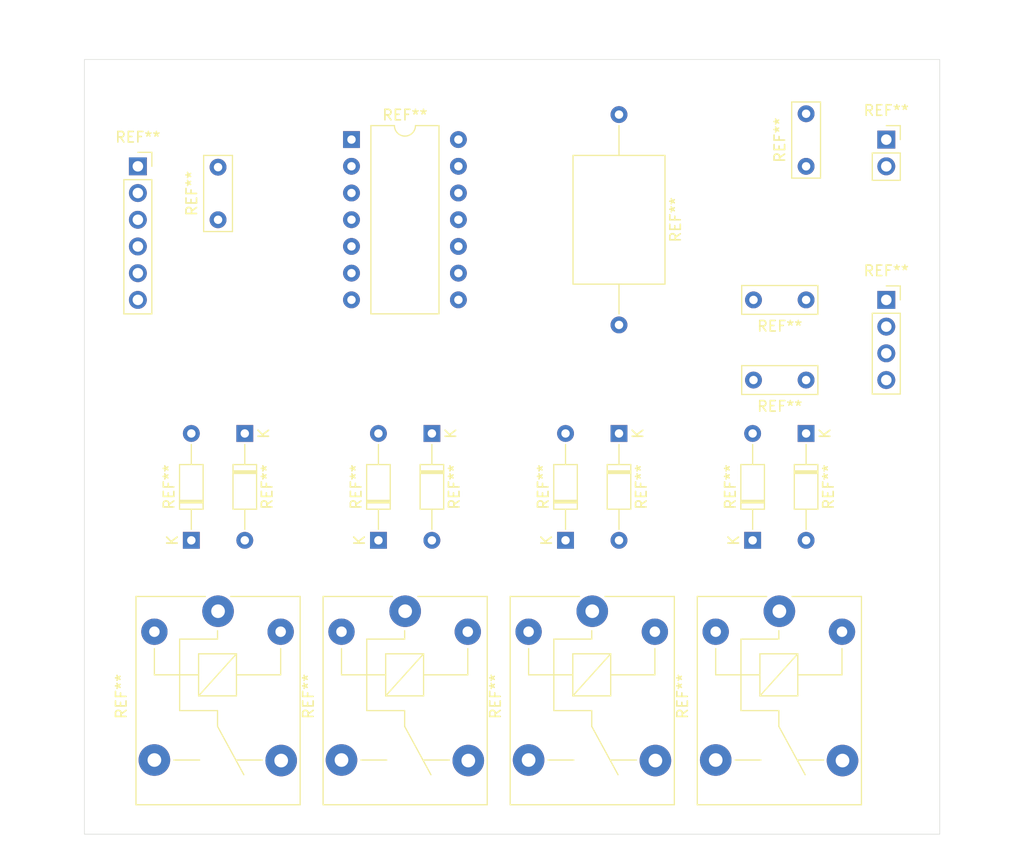
<source format=kicad_pcb>
(kicad_pcb (version 20211014) (generator pcbnew)
  (layers (0 "F.Cu" signal) (31 "B.Cu" signal) (34 "B.Paste" user) (35 "F.Paste" user) (36 "B.SilkS" user "B.Silkscreen") (37 "F.SilkS" user "F.Silkscreen") (38 "B.Mask" user) (39 "F.Mask" user) (44 "Edge.Cuts" user))
  (net 0 "")
  (footprint "Diode_THT:D_DO-35_SOD27_P10.16mm_Horizontal" (layer "F.Cu") (at 129.54 96.52 90)
    (fp_text reference "REF**" (at 5.08 -2.12 90) (layer "F.SilkS"))
    (fp_text value "D_DO-35_SOD27_P10.16mm_Horizontal")
    (fp_text user "K" (at 0 -1.8 90) (layer "F.SilkS"))
    (fp_line (start 9.12 0) (end 7.2 0) (layer "F.SilkS") (width 0.12))
    (fp_line (start 3.68 -1.12) (end 3.68 1.12) (layer "F.SilkS") (width 0.12))
    (fp_line (start 2.96 1.12) (end 7.2 1.12) (layer "F.SilkS") (width 0.12))
    (fp_line (start 1.04 0) (end 2.96 0) (layer "F.SilkS") (width 0.12))
    (fp_line (start 3.8 -1.12) (end 3.8 1.12) (layer "F.SilkS") (width 0.12))
    (fp_line (start 7.2 -1.12) (end 2.96 -1.12) (layer "F.SilkS") (width 0.12))
    (fp_line (start 7.2 1.12) (end 7.2 -1.12) (layer "F.SilkS") (width 0.12))
    (fp_line (start 2.96 -1.12) (end 2.96 1.12) (layer "F.SilkS") (width 0.12))
    (fp_line (start 3.56 -1.12) (end 3.56 1.12) (layer "F.SilkS") (width 0.12))
    (pad "1" thru_hole rect (at 0 0 90) (size 1.6 1.6) (drill 0.8) (layers *.Cu *.Mask))
    (pad "2" thru_hole oval (at 10.16 0 90) (size 1.6 1.6) (drill 0.8) (layers *.Cu *.Mask))
  )
  (footprint "Capacitor_THT:C_Rect_L7.0mm_W2.5mm_P5.00mm" (layer "F.Cu") (at 170.18 60.96 90)
    (fp_text reference "REF**" (at 2.5 -2.5 90) (layer "F.SilkS"))
    (fp_text value "C_Rect_L7.0mm_W2.5mm_P5.00mm")
    (fp_line (start -1.12 -1.37) (end -1.12 1.37) (layer "F.SilkS") (width 0.12))
    (fp_line (start -1.12 -1.37) (end 6.12 -1.37) (layer "F.SilkS") (width 0.12))
    (fp_line (start -1.12 1.37) (end 6.12 1.37) (layer "F.SilkS") (width 0.12))
    (fp_line (start 6.12 -1.37) (end 6.12 1.37) (layer "F.SilkS") (width 0.12))
    (pad "1" thru_hole circle (at 0 0 90) (size 1.6 1.6) (drill 0.8) (layers *.Cu *.Mask))
    (pad "2" thru_hole circle (at 5 0 90) (size 1.6 1.6) (drill 0.8) (layers *.Cu *.Mask))
  )
  (footprint "Diode_THT:D_DO-35_SOD27_P10.16mm_Horizontal" (layer "F.Cu") (at 170.18 86.36 -90)
    (fp_text reference "REF**" (at 5.08 -2.12 90) (layer "F.SilkS"))
    (fp_text value "D_DO-35_SOD27_P10.16mm_Horizontal")
    (fp_text user "K" (at 0 -1.8 90) (layer "F.SilkS"))
    (fp_line (start 9.12 0) (end 7.2 0) (layer "F.SilkS") (width 0.12))
    (fp_line (start 3.68 -1.12) (end 3.68 1.12) (layer "F.SilkS") (width 0.12))
    (fp_line (start 2.96 1.12) (end 7.2 1.12) (layer "F.SilkS") (width 0.12))
    (fp_line (start 1.04 0) (end 2.96 0) (layer "F.SilkS") (width 0.12))
    (fp_line (start 3.8 -1.12) (end 3.8 1.12) (layer "F.SilkS") (width 0.12))
    (fp_line (start 7.2 -1.12) (end 2.96 -1.12) (layer "F.SilkS") (width 0.12))
    (fp_line (start 7.2 1.12) (end 7.2 -1.12) (layer "F.SilkS") (width 0.12))
    (fp_line (start 2.96 -1.12) (end 2.96 1.12) (layer "F.SilkS") (width 0.12))
    (fp_line (start 3.56 -1.12) (end 3.56 1.12) (layer "F.SilkS") (width 0.12))
    (pad "1" thru_hole rect (at 0 0 270) (size 1.6 1.6) (drill 0.8) (layers *.Cu *.Mask))
    (pad "2" thru_hole oval (at 10.16 0 270) (size 1.6 1.6) (drill 0.8) (layers *.Cu *.Mask))
  )
  (footprint "Diode_THT:D_DO-35_SOD27_P10.16mm_Horizontal" (layer "F.Cu") (at 111.76 96.52 90)
    (fp_text reference "REF**" (at 5.08 -2.12 90) (layer "F.SilkS"))
    (fp_text value "D_DO-35_SOD27_P10.16mm_Horizontal")
    (fp_text user "K" (at 0 -1.8 90) (layer "F.SilkS"))
    (fp_line (start 9.12 0) (end 7.2 0) (layer "F.SilkS") (width 0.12))
    (fp_line (start 3.68 -1.12) (end 3.68 1.12) (layer "F.SilkS") (width 0.12))
    (fp_line (start 2.96 1.12) (end 7.2 1.12) (layer "F.SilkS") (width 0.12))
    (fp_line (start 1.04 0) (end 2.96 0) (layer "F.SilkS") (width 0.12))
    (fp_line (start 3.8 -1.12) (end 3.8 1.12) (layer "F.SilkS") (width 0.12))
    (fp_line (start 7.2 -1.12) (end 2.96 -1.12) (layer "F.SilkS") (width 0.12))
    (fp_line (start 7.2 1.12) (end 7.2 -1.12) (layer "F.SilkS") (width 0.12))
    (fp_line (start 2.96 -1.12) (end 2.96 1.12) (layer "F.SilkS") (width 0.12))
    (fp_line (start 3.56 -1.12) (end 3.56 1.12) (layer "F.SilkS") (width 0.12))
    (pad "1" thru_hole rect (at 0 0 90) (size 1.6 1.6) (drill 0.8) (layers *.Cu *.Mask))
    (pad "2" thru_hole oval (at 10.16 0 90) (size 1.6 1.6) (drill 0.8) (layers *.Cu *.Mask))
  )
  (footprint "Capacitor_THT:C_Rect_L7.0mm_W2.5mm_P5.00mm" (layer "F.Cu") (at 114.3 66.04 90)
    (fp_text reference "REF**" (at 2.5 -2.5 90) (layer "F.SilkS"))
    (fp_text value "C_Rect_L7.0mm_W2.5mm_P5.00mm")
    (fp_line (start -1.12 -1.37) (end -1.12 1.37) (layer "F.SilkS") (width 0.12))
    (fp_line (start -1.12 -1.37) (end 6.12 -1.37) (layer "F.SilkS") (width 0.12))
    (fp_line (start -1.12 1.37) (end 6.12 1.37) (layer "F.SilkS") (width 0.12))
    (fp_line (start 6.12 -1.37) (end 6.12 1.37) (layer "F.SilkS") (width 0.12))
    (pad "1" thru_hole circle (at 0 0 90) (size 1.6 1.6) (drill 0.8) (layers *.Cu *.Mask))
    (pad "2" thru_hole circle (at 5 0 90) (size 1.6 1.6) (drill 0.8) (layers *.Cu *.Mask))
  )
  (footprint "Relay_THT:Relay_SPDT_SANYOU_SRD_Series_Form_C" (layer "F.Cu") (at 167.64 103.26 -90)
    (fp_text reference "REF**" (at 8.1 9.2 90) (layer "F.SilkS"))
    (fp_text value "Relay_SPDT_SANYOU_SRD_Series_Form_C")
    (fp_line (start -1.4 -7.8) (end 18.4 -7.8) (layer "F.SilkS") (width 0.12))
    (fp_line (start 10.95 0.05) (end 15.55 -2.45) (layer "F.SilkS") (width 0.12))
    (fp_line (start 8.05 1.85) (end 4.05 1.85) (layer "F.SilkS") (width 0.12))
    (fp_line (start 6.05 -5.95) (end 6.05 -1.75) (layer "F.SilkS") (width 0.12))
    (fp_line (start 3.55 6.05) (end 6.05 6.05) (layer "F.SilkS") (width 0.12))
    (fp_line (start 6.05 1.85) (end 6.05 6.05) (layer "F.SilkS") (width 0.12))
    (fp_line (start 18.4 -7.8) (end 18.4 7.8) (layer "F.SilkS") (width 0.12))
    (fp_line (start 9.45 0.05) (end 9.45 3.65) (layer "F.SilkS") (width 0.12))
    (fp_line (start 4.05 -1.75) (end 8.05 -1.75) (layer "F.SilkS") (width 0.12))
    (fp_line (start 9.45 3.65) (end 2.65 3.65) (layer "F.SilkS") (width 0.12))
    (fp_line (start 14.15 -4.2) (end 14.15 -1.7) (layer "F.SilkS") (width 0.12))
    (fp_line (start 8.05 -1.75) (end 8.05 1.85) (layer "F.SilkS") (width 0.12))
    (fp_line (start 6.05 -5.95) (end 3.55 -5.95) (layer "F.SilkS") (width 0.12))
    (fp_line (start 9.45 0.05) (end 10.95 0.05) (layer "F.SilkS") (width 0.12))
    (fp_line (start 8.05 1.85) (end 4.05 -1.75) (layer "F.SilkS") (width 0.12))
    (fp_line (start 4.05 1.85) (end 4.05 -1.75) (layer "F.SilkS") (width 0.12))
    (fp_line (start 2.65 0.05) (end 1.85 0.05) (layer "F.SilkS") (width 0.12))
    (fp_line (start -1.4 1.2) (end -1.4 7.8) (layer "F.SilkS") (width 0.12))
    (fp_line (start 14.15 4.2) (end 14.15 1.75) (layer "F.SilkS") (width 0.12))
    (fp_line (start 2.65 0.05) (end 2.65 3.65) (layer "F.SilkS") (width 0.12))
    (fp_line (start 18.4 7.8) (end -1.4 7.8) (layer "F.SilkS") (width 0.12))
    (fp_line (start -1.4 -7.8) (end -1.4 -1.2) (layer "F.SilkS") (width 0.12))
    (pad "1" thru_hole circle (at 0 0) (size 3 3) (drill 1.3) (layers *.Cu *.Mask))
    (pad "2" thru_hole circle (at 1.95 6.05) (size 2.5 2.5) (drill 1) (layers *.Cu *.Mask))
    (pad "3" thru_hole circle (at 14.15 6.05) (size 3 3) (drill 1.3) (layers *.Cu *.Mask))
    (pad "4" thru_hole circle (at 14.2 -6) (size 3 3) (drill 1.3) (layers *.Cu *.Mask))
    (pad "5" thru_hole circle (at 1.95 -5.95) (size 2.5 2.5) (drill 1) (layers *.Cu *.Mask))
  )
  (footprint "Diode_THT:D_DO-35_SOD27_P10.16mm_Horizontal" (layer "F.Cu") (at 165.1 96.52 90)
    (fp_text reference "REF**" (at 5.08 -2.12 90) (layer "F.SilkS"))
    (fp_text value "D_DO-35_SOD27_P10.16mm_Horizontal")
    (fp_text user "K" (at 0 -1.8 90) (layer "F.SilkS"))
    (fp_line (start 9.12 0) (end 7.2 0) (layer "F.SilkS") (width 0.12))
    (fp_line (start 3.68 -1.12) (end 3.68 1.12) (layer "F.SilkS") (width 0.12))
    (fp_line (start 2.96 1.12) (end 7.2 1.12) (layer "F.SilkS") (width 0.12))
    (fp_line (start 1.04 0) (end 2.96 0) (layer "F.SilkS") (width 0.12))
    (fp_line (start 3.8 -1.12) (end 3.8 1.12) (layer "F.SilkS") (width 0.12))
    (fp_line (start 7.2 -1.12) (end 2.96 -1.12) (layer "F.SilkS") (width 0.12))
    (fp_line (start 7.2 1.12) (end 7.2 -1.12) (layer "F.SilkS") (width 0.12))
    (fp_line (start 2.96 -1.12) (end 2.96 1.12) (layer "F.SilkS") (width 0.12))
    (fp_line (start 3.56 -1.12) (end 3.56 1.12) (layer "F.SilkS") (width 0.12))
    (pad "1" thru_hole rect (at 0 0 90) (size 1.6 1.6) (drill 0.8) (layers *.Cu *.Mask))
    (pad "2" thru_hole oval (at 10.16 0 90) (size 1.6 1.6) (drill 0.8) (layers *.Cu *.Mask))
  )
  (footprint "Diode_THT:D_DO-35_SOD27_P10.16mm_Horizontal" (layer "F.Cu") (at 116.84 86.36 -90)
    (fp_text reference "REF**" (at 5.08 -2.12 90) (layer "F.SilkS"))
    (fp_text value "D_DO-35_SOD27_P10.16mm_Horizontal")
    (fp_text user "K" (at 0 -1.8 90) (layer "F.SilkS"))
    (fp_line (start 9.12 0) (end 7.2 0) (layer "F.SilkS") (width 0.12))
    (fp_line (start 3.68 -1.12) (end 3.68 1.12) (layer "F.SilkS") (width 0.12))
    (fp_line (start 2.96 1.12) (end 7.2 1.12) (layer "F.SilkS") (width 0.12))
    (fp_line (start 1.04 0) (end 2.96 0) (layer "F.SilkS") (width 0.12))
    (fp_line (start 3.8 -1.12) (end 3.8 1.12) (layer "F.SilkS") (width 0.12))
    (fp_line (start 7.2 -1.12) (end 2.96 -1.12) (layer "F.SilkS") (width 0.12))
    (fp_line (start 7.2 1.12) (end 7.2 -1.12) (layer "F.SilkS") (width 0.12))
    (fp_line (start 2.96 -1.12) (end 2.96 1.12) (layer "F.SilkS") (width 0.12))
    (fp_line (start 3.56 -1.12) (end 3.56 1.12) (layer "F.SilkS") (width 0.12))
    (pad "1" thru_hole rect (at 0 0 270) (size 1.6 1.6) (drill 0.8) (layers *.Cu *.Mask))
    (pad "2" thru_hole oval (at 10.16 0 270) (size 1.6 1.6) (drill 0.8) (layers *.Cu *.Mask))
  )
  (footprint "Relay_THT:Relay_SPDT_SANYOU_SRD_Series_Form_C" (layer "F.Cu") (at 114.3 103.26 -90)
    (fp_text reference "REF**" (at 8.1 9.2 90) (layer "F.SilkS"))
    (fp_text value "Relay_SPDT_SANYOU_SRD_Series_Form_C")
    (fp_line (start -1.4 -7.8) (end 18.4 -7.8) (layer "F.SilkS") (width 0.12))
    (fp_line (start 10.95 0.05) (end 15.55 -2.45) (layer "F.SilkS") (width 0.12))
    (fp_line (start 8.05 1.85) (end 4.05 1.85) (layer "F.SilkS") (width 0.12))
    (fp_line (start 6.05 -5.95) (end 6.05 -1.75) (layer "F.SilkS") (width 0.12))
    (fp_line (start 3.55 6.05) (end 6.05 6.05) (layer "F.SilkS") (width 0.12))
    (fp_line (start 6.05 1.85) (end 6.05 6.05) (layer "F.SilkS") (width 0.12))
    (fp_line (start 18.4 -7.8) (end 18.4 7.8) (layer "F.SilkS") (width 0.12))
    (fp_line (start 9.45 0.05) (end 9.45 3.65) (layer "F.SilkS") (width 0.12))
    (fp_line (start 4.05 -1.75) (end 8.05 -1.75) (layer "F.SilkS") (width 0.12))
    (fp_line (start 9.45 3.65) (end 2.65 3.65) (layer "F.SilkS") (width 0.12))
    (fp_line (start 14.15 -4.2) (end 14.15 -1.7) (layer "F.SilkS") (width 0.12))
    (fp_line (start 8.05 -1.75) (end 8.05 1.85) (layer "F.SilkS") (width 0.12))
    (fp_line (start 6.05 -5.95) (end 3.55 -5.95) (layer "F.SilkS") (width 0.12))
    (fp_line (start 9.45 0.05) (end 10.95 0.05) (layer "F.SilkS") (width 0.12))
    (fp_line (start 8.05 1.85) (end 4.05 -1.75) (layer "F.SilkS") (width 0.12))
    (fp_line (start 4.05 1.85) (end 4.05 -1.75) (layer "F.SilkS") (width 0.12))
    (fp_line (start 2.65 0.05) (end 1.85 0.05) (layer "F.SilkS") (width 0.12))
    (fp_line (start -1.4 1.2) (end -1.4 7.8) (layer "F.SilkS") (width 0.12))
    (fp_line (start 14.15 4.2) (end 14.15 1.75) (layer "F.SilkS") (width 0.12))
    (fp_line (start 2.65 0.05) (end 2.65 3.65) (layer "F.SilkS") (width 0.12))
    (fp_line (start 18.4 7.8) (end -1.4 7.8) (layer "F.SilkS") (width 0.12))
    (fp_line (start -1.4 -7.8) (end -1.4 -1.2) (layer "F.SilkS") (width 0.12))
    (pad "1" thru_hole circle (at 0 0) (size 3 3) (drill 1.3) (layers *.Cu *.Mask))
    (pad "2" thru_hole circle (at 1.95 6.05) (size 2.5 2.5) (drill 1) (layers *.Cu *.Mask))
    (pad "3" thru_hole circle (at 14.15 6.05) (size 3 3) (drill 1.3) (layers *.Cu *.Mask))
    (pad "4" thru_hole circle (at 14.2 -6) (size 3 3) (drill 1.3) (layers *.Cu *.Mask))
    (pad "5" thru_hole circle (at 1.95 -5.95) (size 2.5 2.5) (drill 1) (layers *.Cu *.Mask))
  )
  (footprint "Connector_PinSocket_2.54mm:PinSocket_1x04_P2.54mm_Vertical" (layer "F.Cu") (at 177.8 73.66)
    (fp_text reference "REF**" (at 0 -2.77) (layer "F.SilkS"))
    (fp_text value "PinSocket_1x04_P2.54mm_Vertical")
    (fp_line (start -1.33 8.95) (end 1.33 8.95) (layer "F.SilkS") (width 0.12))
    (fp_line (start -1.33 1.27) (end -1.33 8.95) (layer "F.SilkS") (width 0.12))
    (fp_line (start 1.33 1.27) (end 1.33 8.95) (layer "F.SilkS") (width 0.12))
    (fp_line (start -1.33 1.27) (end 1.33 1.27) (layer "F.SilkS") (width 0.12))
    (fp_line (start 1.33 -1.33) (end 1.33 0) (layer "F.SilkS") (width 0.12))
    (fp_line (start 0 -1.33) (end 1.33 -1.33) (layer "F.SilkS") (width 0.12))
    (pad "1" thru_hole rect (at 0 0) (size 1.7 1.7) (drill 1) (layers *.Cu *.Mask))
    (pad "2" thru_hole oval (at 0 2.54) (size 1.7 1.7) (drill 1) (layers *.Cu *.Mask))
    (pad "3" thru_hole oval (at 0 5.08) (size 1.7 1.7) (drill 1) (layers *.Cu *.Mask))
    (pad "4" thru_hole oval (at 0 7.62) (size 1.7 1.7) (drill 1) (layers *.Cu *.Mask))
  )
  (footprint "Capacitor_THT:C_Axial_L12.0mm_D8.5mm_P20.00mm_Horizontal" (layer "F.Cu") (at 152.4 56.04 -90)
    (fp_text reference "REF**" (at 10 -5.37 90) (layer "F.SilkS"))
    (fp_text value "C_Axial_L12.0mm_D8.5mm_P20.00mm_Horizontal")
    (fp_line (start 3.88 4.37) (end 16.12 4.37) (layer "F.SilkS") (width 0.12))
    (fp_line (start 16.12 4.37) (end 16.12 -4.37) (layer "F.SilkS") (width 0.12))
    (fp_line (start 16.12 -4.37) (end 3.88 -4.37) (layer "F.SilkS") (width 0.12))
    (fp_line (start 3.88 -4.37) (end 3.88 4.37) (layer "F.SilkS") (width 0.12))
    (fp_line (start 18.96 0) (end 16.12 0) (layer "F.SilkS") (width 0.12))
    (fp_line (start 1.04 0) (end 3.88 0) (layer "F.SilkS") (width 0.12))
    (pad "1" thru_hole circle (at 0 0 270) (size 1.6 1.6) (drill 0.8) (layers *.Cu *.Mask))
    (pad "2" thru_hole oval (at 20 0 270) (size 1.6 1.6) (drill 0.8) (layers *.Cu *.Mask))
  )
  (footprint "Diode_THT:D_DO-35_SOD27_P10.16mm_Horizontal" (layer "F.Cu") (at 147.32 96.52 90)
    (fp_text reference "REF**" (at 5.08 -2.12 90) (layer "F.SilkS"))
    (fp_text value "D_DO-35_SOD27_P10.16mm_Horizontal")
    (fp_text user "K" (at 0 -1.8 90) (layer "F.SilkS"))
    (fp_line (start 9.12 0) (end 7.2 0) (layer "F.SilkS") (width 0.12))
    (fp_line (start 3.68 -1.12) (end 3.68 1.12) (layer "F.SilkS") (width 0.12))
    (fp_line (start 2.96 1.12) (end 7.2 1.12) (layer "F.SilkS") (width 0.12))
    (fp_line (start 1.04 0) (end 2.96 0) (layer "F.SilkS") (width 0.12))
    (fp_line (start 3.8 -1.12) (end 3.8 1.12) (layer "F.SilkS") (width 0.12))
    (fp_line (start 7.2 -1.12) (end 2.96 -1.12) (layer "F.SilkS") (width 0.12))
    (fp_line (start 7.2 1.12) (end 7.2 -1.12) (layer "F.SilkS") (width 0.12))
    (fp_line (start 2.96 -1.12) (end 2.96 1.12) (layer "F.SilkS") (width 0.12))
    (fp_line (start 3.56 -1.12) (end 3.56 1.12) (layer "F.SilkS") (width 0.12))
    (pad "1" thru_hole rect (at 0 0 90) (size 1.6 1.6) (drill 0.8) (layers *.Cu *.Mask))
    (pad "2" thru_hole oval (at 10.16 0 90) (size 1.6 1.6) (drill 0.8) (layers *.Cu *.Mask))
  )
  (footprint "Relay_THT:Relay_SPDT_SANYOU_SRD_Series_Form_C" (layer "F.Cu") (at 132.08 103.26 -90)
    (fp_text reference "REF**" (at 8.1 9.2 90) (layer "F.SilkS"))
    (fp_text value "Relay_SPDT_SANYOU_SRD_Series_Form_C")
    (fp_line (start -1.4 -7.8) (end 18.4 -7.8) (layer "F.SilkS") (width 0.12))
    (fp_line (start 10.95 0.05) (end 15.55 -2.45) (layer "F.SilkS") (width 0.12))
    (fp_line (start 8.05 1.85) (end 4.05 1.85) (layer "F.SilkS") (width 0.12))
    (fp_line (start 6.05 -5.95) (end 6.05 -1.75) (layer "F.SilkS") (width 0.12))
    (fp_line (start 3.55 6.05) (end 6.05 6.05) (layer "F.SilkS") (width 0.12))
    (fp_line (start 6.05 1.85) (end 6.05 6.05) (layer "F.SilkS") (width 0.12))
    (fp_line (start 18.4 -7.8) (end 18.4 7.8) (layer "F.SilkS") (width 0.12))
    (fp_line (start 9.45 0.05) (end 9.45 3.65) (layer "F.SilkS") (width 0.12))
    (fp_line (start 4.05 -1.75) (end 8.05 -1.75) (layer "F.SilkS") (width 0.12))
    (fp_line (start 9.45 3.65) (end 2.65 3.65) (layer "F.SilkS") (width 0.12))
    (fp_line (start 14.15 -4.2) (end 14.15 -1.7) (layer "F.SilkS") (width 0.12))
    (fp_line (start 8.05 -1.75) (end 8.05 1.85) (layer "F.SilkS") (width 0.12))
    (fp_line (start 6.05 -5.95) (end 3.55 -5.95) (layer "F.SilkS") (width 0.12))
    (fp_line (start 9.45 0.05) (end 10.95 0.05) (layer "F.SilkS") (width 0.12))
    (fp_line (start 8.05 1.85) (end 4.05 -1.75) (layer "F.SilkS") (width 0.12))
    (fp_line (start 4.05 1.85) (end 4.05 -1.75) (layer "F.SilkS") (width 0.12))
    (fp_line (start 2.65 0.05) (end 1.85 0.05) (layer "F.SilkS") (width 0.12))
    (fp_line (start -1.4 1.2) (end -1.4 7.8) (layer "F.SilkS") (width 0.12))
    (fp_line (start 14.15 4.2) (end 14.15 1.75) (layer "F.SilkS") (width 0.12))
    (fp_line (start 2.65 0.05) (end 2.65 3.65) (layer "F.SilkS") (width 0.12))
    (fp_line (start 18.4 7.8) (end -1.4 7.8) (layer "F.SilkS") (width 0.12))
    (fp_line (start -1.4 -7.8) (end -1.4 -1.2) (layer "F.SilkS") (width 0.12))
    (pad "1" thru_hole circle (at 0 0) (size 3 3) (drill 1.3) (layers *.Cu *.Mask))
    (pad "2" thru_hole circle (at 1.95 6.05) (size 2.5 2.5) (drill 1) (layers *.Cu *.Mask))
    (pad "3" thru_hole circle (at 14.15 6.05) (size 3 3) (drill 1.3) (layers *.Cu *.Mask))
    (pad "4" thru_hole circle (at 14.2 -6) (size 3 3) (drill 1.3) (layers *.Cu *.Mask))
    (pad "5" thru_hole circle (at 1.95 -5.95) (size 2.5 2.5) (drill 1) (layers *.Cu *.Mask))
  )
  (footprint "Package_DIP:DIP-14_W10.16mm" (layer "F.Cu") (at 126.98 58.415)
    (fp_text reference "REF**" (at 5.08 -2.33) (layer "F.SilkS"))
    (fp_text value "DIP-14_W10.16mm")
    (fp_line (start 8.315 -1.33) (end 6.08 -1.33) (layer "F.SilkS") (width 0.12))
    (fp_line (start 4.08 -1.33) (end 1.845 -1.33) (layer "F.SilkS") (width 0.12))
    (fp_line (start 8.315 16.57) (end 8.315 -1.33) (layer "F.SilkS") (width 0.12))
    (fp_line (start 1.845 16.57) (end 8.315 16.57) (layer "F.SilkS") (width 0.12))
    (fp_line (start 1.845 -1.33) (end 1.845 16.57) (layer "F.SilkS") (width 0.12))
    (fp_arc (start 6.08 -1.33) (mid 5.08 -0.33) (end 4.08 -1.33) (layer "F.SilkS") (width 0.12))
    (pad "1" thru_hole rect (at 0 0) (size 1.6 1.6) (drill 0.8) (layers *.Cu *.Mask))
    (pad "2" thru_hole oval (at 0 2.54) (size 1.6 1.6) (drill 0.8) (layers *.Cu *.Mask))
    (pad "3" thru_hole oval (at 0 5.08) (size 1.6 1.6) (drill 0.8) (layers *.Cu *.Mask))
    (pad "4" thru_hole oval (at 0 7.62) (size 1.6 1.6) (drill 0.8) (layers *.Cu *.Mask))
    (pad "5" thru_hole oval (at 0 10.16) (size 1.6 1.6) (drill 0.8) (layers *.Cu *.Mask))
    (pad "6" thru_hole oval (at 0 12.7) (size 1.6 1.6) (drill 0.8) (layers *.Cu *.Mask))
    (pad "7" thru_hole oval (at 0 15.24) (size 1.6 1.6) (drill 0.8) (layers *.Cu *.Mask))
    (pad "8" thru_hole oval (at 10.16 15.24) (size 1.6 1.6) (drill 0.8) (layers *.Cu *.Mask))
    (pad "9" thru_hole oval (at 10.16 12.7) (size 1.6 1.6) (drill 0.8) (layers *.Cu *.Mask))
    (pad "10" thru_hole oval (at 10.16 10.16) (size 1.6 1.6) (drill 0.8) (layers *.Cu *.Mask))
    (pad "11" thru_hole oval (at 10.16 7.62) (size 1.6 1.6) (drill 0.8) (layers *.Cu *.Mask))
    (pad "12" thru_hole oval (at 10.16 5.08) (size 1.6 1.6) (drill 0.8) (layers *.Cu *.Mask))
    (pad "13" thru_hole oval (at 10.16 2.54) (size 1.6 1.6) (drill 0.8) (layers *.Cu *.Mask))
    (pad "14" thru_hole oval (at 10.16 0) (size 1.6 1.6) (drill 0.8) (layers *.Cu *.Mask))
  )
  (footprint "Relay_THT:Relay_SPDT_SANYOU_SRD_Series_Form_C" (layer "F.Cu") (at 149.86 103.26 -90)
    (fp_text reference "REF**" (at 8.1 9.2 90) (layer "F.SilkS"))
    (fp_text value "Relay_SPDT_SANYOU_SRD_Series_Form_C")
    (fp_line (start -1.4 -7.8) (end 18.4 -7.8) (layer "F.SilkS") (width 0.12))
    (fp_line (start 10.95 0.05) (end 15.55 -2.45) (layer "F.SilkS") (width 0.12))
    (fp_line (start 8.05 1.85) (end 4.05 1.85) (layer "F.SilkS") (width 0.12))
    (fp_line (start 6.05 -5.95) (end 6.05 -1.75) (layer "F.SilkS") (width 0.12))
    (fp_line (start 3.55 6.05) (end 6.05 6.05) (layer "F.SilkS") (width 0.12))
    (fp_line (start 6.05 1.85) (end 6.05 6.05) (layer "F.SilkS") (width 0.12))
    (fp_line (start 18.4 -7.8) (end 18.4 7.8) (layer "F.SilkS") (width 0.12))
    (fp_line (start 9.45 0.05) (end 9.45 3.65) (layer "F.SilkS") (width 0.12))
    (fp_line (start 4.05 -1.75) (end 8.05 -1.75) (layer "F.SilkS") (width 0.12))
    (fp_line (start 9.45 3.65) (end 2.65 3.65) (layer "F.SilkS") (width 0.12))
    (fp_line (start 14.15 -4.2) (end 14.15 -1.7) (layer "F.SilkS") (width 0.12))
    (fp_line (start 8.05 -1.75) (end 8.05 1.85) (layer "F.SilkS") (width 0.12))
    (fp_line (start 6.05 -5.95) (end 3.55 -5.95) (layer "F.SilkS") (width 0.12))
    (fp_line (start 9.45 0.05) (end 10.95 0.05) (layer "F.SilkS") (width 0.12))
    (fp_line (start 8.05 1.85) (end 4.05 -1.75) (layer "F.SilkS") (width 0.12))
    (fp_line (start 4.05 1.85) (end 4.05 -1.75) (layer "F.SilkS") (width 0.12))
    (fp_line (start 2.65 0.05) (end 1.85 0.05) (layer "F.SilkS") (width 0.12))
    (fp_line (start -1.4 1.2) (end -1.4 7.8) (layer "F.SilkS") (width 0.12))
    (fp_line (start 14.15 4.2) (end 14.15 1.75) (layer "F.SilkS") (width 0.12))
    (fp_line (start 2.65 0.05) (end 2.65 3.65) (layer "F.SilkS") (width 0.12))
    (fp_line (start 18.4 7.8) (end -1.4 7.8) (layer "F.SilkS") (width 0.12))
    (fp_line (start -1.4 -7.8) (end -1.4 -1.2) (layer "F.SilkS") (width 0.12))
    (pad "1" thru_hole circle (at 0 0) (size 3 3) (drill 1.3) (layers *.Cu *.Mask))
    (pad "2" thru_hole circle (at 1.95 6.05) (size 2.5 2.5) (drill 1) (layers *.Cu *.Mask))
    (pad "3" thru_hole circle (at 14.15 6.05) (size 3 3) (drill 1.3) (layers *.Cu *.Mask))
    (pad "4" thru_hole circle (at 14.2 -6) (size 3 3) (drill 1.3) (layers *.Cu *.Mask))
    (pad "5" thru_hole circle (at 1.95 -5.95) (size 2.5 2.5) (drill 1) (layers *.Cu *.Mask))
  )
  (footprint "Connector_PinSocket_2.54mm:PinSocket_1x02_P2.54mm_Vertical" (layer "F.Cu") (at 177.8 58.42)
    (fp_text reference "REF**" (at 0 -2.77) (layer "F.SilkS"))
    (fp_text value "PinSocket_1x02_P2.54mm_Vertical")
    (fp_line (start -1.33 3.87) (end 1.33 3.87) (layer "F.SilkS") (width 0.12))
    (fp_line (start -1.33 1.27) (end 1.33 1.27) (layer "F.SilkS") (width 0.12))
    (fp_line (start -1.33 1.27) (end -1.33 3.87) (layer "F.SilkS") (width 0.12))
    (fp_line (start 1.33 1.27) (end 1.33 3.87) (layer "F.SilkS") (width 0.12))
    (fp_line (start 0 -1.33) (end 1.33 -1.33) (layer "F.SilkS") (width 0.12))
    (fp_line (start 1.33 -1.33) (end 1.33 0) (layer "F.SilkS") (width 0.12))
    (pad "1" thru_hole rect (at 0 0) (size 1.7 1.7) (drill 1) (layers *.Cu *.Mask))
    (pad "2" thru_hole oval (at 0 2.54) (size 1.7 1.7) (drill 1) (layers *.Cu *.Mask))
  )
  (footprint "Capacitor_THT:C_Rect_L7.0mm_W2.5mm_P5.00mm" (layer "F.Cu") (at 170.18 81.28 180)
    (fp_text reference "REF**" (at 2.5 -2.5) (layer "F.SilkS"))
    (fp_text value "C_Rect_L7.0mm_W2.5mm_P5.00mm")
    (fp_line (start -1.12 -1.37) (end -1.12 1.37) (layer "F.SilkS") (width 0.12))
    (fp_line (start -1.12 -1.37) (end 6.12 -1.37) (layer "F.SilkS") (width 0.12))
    (fp_line (start -1.12 1.37) (end 6.12 1.37) (layer "F.SilkS") (width 0.12))
    (fp_line (start 6.12 -1.37) (end 6.12 1.37) (layer "F.SilkS") (width 0.12))
    (pad "1" thru_hole circle (at 0 0 180) (size 1.6 1.6) (drill 0.8) (layers *.Cu *.Mask))
    (pad "2" thru_hole circle (at 5 0 180) (size 1.6 1.6) (drill 0.8) (layers *.Cu *.Mask))
  )
  (footprint "Capacitor_THT:C_Rect_L7.0mm_W2.5mm_P5.00mm" (layer "F.Cu") (at 170.18 73.66 180)
    (fp_text reference "REF**" (at 2.5 -2.5) (layer "F.SilkS"))
    (fp_text value "C_Rect_L7.0mm_W2.5mm_P5.00mm")
    (fp_line (start -1.12 -1.37) (end -1.12 1.37) (layer "F.SilkS") (width 0.12))
    (fp_line (start -1.12 -1.37) (end 6.12 -1.37) (layer "F.SilkS") (width 0.12))
    (fp_line (start -1.12 1.37) (end 6.12 1.37) (layer "F.SilkS") (width 0.12))
    (fp_line (start 6.12 -1.37) (end 6.12 1.37) (layer "F.SilkS") (width 0.12))
    (pad "1" thru_hole circle (at 0 0 180) (size 1.6 1.6) (drill 0.8) (layers *.Cu *.Mask))
    (pad "2" thru_hole circle (at 5 0 180) (size 1.6 1.6) (drill 0.8) (layers *.Cu *.Mask))
  )
  (footprint "Diode_THT:D_DO-35_SOD27_P10.16mm_Horizontal" (layer "F.Cu") (at 134.62 86.36 -90)
    (fp_text reference "REF**" (at 5.08 -2.12 90) (layer "F.SilkS"))
    (fp_text value "D_DO-35_SOD27_P10.16mm_Horizontal")
    (fp_text user "K" (at 0 -1.8 90) (layer "F.SilkS"))
    (fp_line (start 9.12 0) (end 7.2 0) (layer "F.SilkS") (width 0.12))
    (fp_line (start 3.68 -1.12) (end 3.68 1.12) (layer "F.SilkS") (width 0.12))
    (fp_line (start 2.96 1.12) (end 7.2 1.12) (layer "F.SilkS") (width 0.12))
    (fp_line (start 1.04 0) (end 2.96 0) (layer "F.SilkS") (width 0.12))
    (fp_line (start 3.8 -1.12) (end 3.8 1.12) (layer "F.SilkS") (width 0.12))
    (fp_line (start 7.2 -1.12) (end 2.96 -1.12) (layer "F.SilkS") (width 0.12))
    (fp_line (start 7.2 1.12) (end 7.2 -1.12) (layer "F.SilkS") (width 0.12))
    (fp_line (start 2.96 -1.12) (end 2.96 1.12) (layer "F.SilkS") (width 0.12))
    (fp_line (start 3.56 -1.12) (end 3.56 1.12) (layer "F.SilkS") (width 0.12))
    (pad "1" thru_hole rect (at 0 0 270) (size 1.6 1.6) (drill 0.8) (layers *.Cu *.Mask))
    (pad "2" thru_hole oval (at 10.16 0 270) (size 1.6 1.6) (drill 0.8) (layers *.Cu *.Mask))
  )
  (footprint "Connector_PinSocket_2.54mm:PinSocket_1x06_P2.54mm_Vertical" (layer "F.Cu") (at 106.68 60.96)
    (fp_text reference "REF**" (at 0 -2.77) (layer "F.SilkS"))
    (fp_text value "PinSocket_1x06_P2.54mm_Vertical")
    (fp_line (start 1.33 1.27) (end 1.33 14.03) (layer "F.SilkS") (width 0.12))
    (fp_line (start 1.33 -1.33) (end 1.33 0) (layer "F.SilkS") (width 0.12))
    (fp_line (start 0 -1.33) (end 1.33 -1.33) (layer "F.SilkS") (width 0.12))
    (fp_line (start -1.33 14.03) (end 1.33 14.03) (layer "F.SilkS") (width 0.12))
    (fp_line (start -1.33 1.27) (end 1.33 1.27) (layer "F.SilkS") (width 0.12))
    (fp_line (start -1.33 1.27) (end -1.33 14.03) (layer "F.SilkS") (width 0.12))
    (pad "1" thru_hole rect (at 0 0) (size 1.7 1.7) (drill 1) (layers *.Cu *.Mask))
    (pad "2" thru_hole oval (at 0 2.54) (size 1.7 1.7) (drill 1) (layers *.Cu *.Mask))
    (pad "3" thru_hole oval (at 0 5.08) (size 1.7 1.7) (drill 1) (layers *.Cu *.Mask))
    (pad "4" thru_hole oval (at 0 7.62) (size 1.7 1.7) (drill 1) (layers *.Cu *.Mask))
    (pad "5" thru_hole oval (at 0 10.16) (size 1.7 1.7) (drill 1) (layers *.Cu *.Mask))
    (pad "6" thru_hole oval (at 0 12.7) (size 1.7 1.7) (drill 1) (layers *.Cu *.Mask))
  )
  (footprint "Diode_THT:D_DO-35_SOD27_P10.16mm_Horizontal" (layer "F.Cu") (at 152.4 86.36 -90)
    (fp_text reference "REF**" (at 5.08 -2.12 90) (layer "F.SilkS"))
    (fp_text value "D_DO-35_SOD27_P10.16mm_Horizontal")
    (fp_text user "K" (at 0 -1.8 90) (layer "F.SilkS"))
    (fp_line (start 9.12 0) (end 7.2 0) (layer "F.SilkS") (width 0.12))
    (fp_line (start 3.68 -1.12) (end 3.68 1.12) (layer "F.SilkS") (width 0.12))
    (fp_line (start 2.96 1.12) (end 7.2 1.12) (layer "F.SilkS") (width 0.12))
    (fp_line (start 1.04 0) (end 2.96 0) (layer "F.SilkS") (width 0.12))
    (fp_line (start 3.8 -1.12) (end 3.8 1.12) (layer "F.SilkS") (width 0.12))
    (fp_line (start 7.2 -1.12) (end 2.96 -1.12) (layer "F.SilkS") (width 0.12))
    (fp_line (start 7.2 1.12) (end 7.2 -1.12) (layer "F.SilkS") (width 0.12))
    (fp_line (start 2.96 -1.12) (end 2.96 1.12) (layer "F.SilkS") (width 0.12))
    (fp_line (start 3.56 -1.12) (end 3.56 1.12) (layer "F.SilkS") (width 0.12))
    (pad "1" thru_hole rect (at 0 0 270) (size 1.6 1.6) (drill 0.8) (layers *.Cu *.Mask))
    (pad "2" thru_hole oval (at 10.16 0 270) (size 1.6 1.6) (drill 0.8) (layers *.Cu *.Mask))
  )
  (gr_rect (start 101.6 50.8) (end 182.88 124.46) (layer "Edge.Cuts") (width 0.05) (fill none))
  (via (at 116.84 86.36) (size 0.8) (drill 0.4) (layers "F.Cu" "B.Cu") (net 0))
)
</source>
